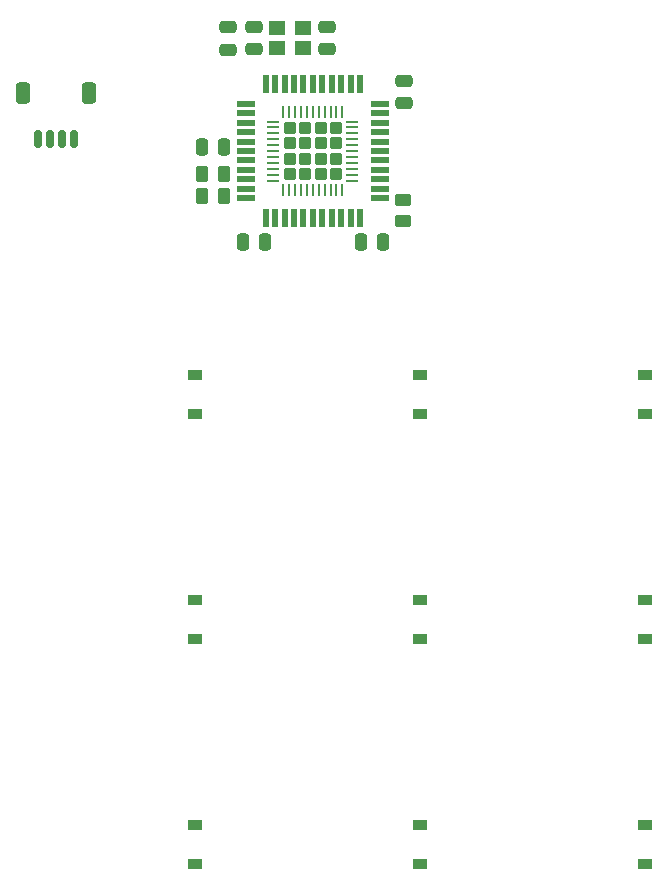
<source format=gbr>
%TF.GenerationSoftware,KiCad,Pcbnew,(6.99.0-3975-g9eb3854794)*%
%TF.CreationDate,2022-10-21T11:16:23+02:00*%
%TF.ProjectId,PCB Template,50434220-5465-46d7-906c-6174652e6b69,rev?*%
%TF.SameCoordinates,Original*%
%TF.FileFunction,Paste,Bot*%
%TF.FilePolarity,Positive*%
%FSLAX46Y46*%
G04 Gerber Fmt 4.6, Leading zero omitted, Abs format (unit mm)*
G04 Created by KiCad (PCBNEW (6.99.0-3975-g9eb3854794)) date 2022-10-21 11:16:23*
%MOMM*%
%LPD*%
G01*
G04 APERTURE LIST*
G04 Aperture macros list*
%AMRoundRect*
0 Rectangle with rounded corners*
0 $1 Rounding radius*
0 $2 $3 $4 $5 $6 $7 $8 $9 X,Y pos of 4 corners*
0 Add a 4 corners polygon primitive as box body*
4,1,4,$2,$3,$4,$5,$6,$7,$8,$9,$2,$3,0*
0 Add four circle primitives for the rounded corners*
1,1,$1+$1,$2,$3*
1,1,$1+$1,$4,$5*
1,1,$1+$1,$6,$7*
1,1,$1+$1,$8,$9*
0 Add four rect primitives between the rounded corners*
20,1,$1+$1,$2,$3,$4,$5,0*
20,1,$1+$1,$4,$5,$6,$7,0*
20,1,$1+$1,$6,$7,$8,$9,0*
20,1,$1+$1,$8,$9,$2,$3,0*%
G04 Aperture macros list end*
%ADD10RoundRect,0.150000X-0.150000X-0.625000X0.150000X-0.625000X0.150000X0.625000X-0.150000X0.625000X0*%
%ADD11RoundRect,0.250000X-0.350000X-0.650000X0.350000X-0.650000X0.350000X0.650000X-0.350000X0.650000X0*%
%ADD12R,1.200000X0.900000*%
%ADD13RoundRect,0.250000X0.250000X0.475000X-0.250000X0.475000X-0.250000X-0.475000X0.250000X-0.475000X0*%
%ADD14RoundRect,0.250000X0.475000X-0.250000X0.475000X0.250000X-0.475000X0.250000X-0.475000X-0.250000X0*%
%ADD15RoundRect,0.250000X-0.250000X-0.475000X0.250000X-0.475000X0.250000X0.475000X-0.250000X0.475000X0*%
%ADD16RoundRect,0.250000X-0.475000X0.250000X-0.475000X-0.250000X0.475000X-0.250000X0.475000X0.250000X0*%
%ADD17RoundRect,0.250000X-0.262500X-0.450000X0.262500X-0.450000X0.262500X0.450000X-0.262500X0.450000X0*%
%ADD18RoundRect,0.250000X-0.275000X-0.275000X0.275000X-0.275000X0.275000X0.275000X-0.275000X0.275000X0*%
%ADD19R,1.500000X0.550000*%
%ADD20RoundRect,0.062500X-0.475000X-0.062500X0.475000X-0.062500X0.475000X0.062500X-0.475000X0.062500X0*%
%ADD21R,0.550000X1.500000*%
%ADD22RoundRect,0.062500X-0.062500X-0.475000X0.062500X-0.475000X0.062500X0.475000X-0.062500X0.475000X0*%
%ADD23RoundRect,0.055000X-0.055000X-0.482500X0.055000X-0.482500X0.055000X0.482500X-0.055000X0.482500X0*%
%ADD24RoundRect,0.250000X0.262500X0.450000X-0.262500X0.450000X-0.262500X-0.450000X0.262500X-0.450000X0*%
%ADD25RoundRect,0.250000X-0.450000X0.262500X-0.450000X-0.262500X0.450000X-0.262500X0.450000X0.262500X0*%
%ADD26R,1.400000X1.200000*%
G04 APERTURE END LIST*
D10*
%TO.C,J2*%
X108150000Y-66980000D03*
X109150000Y-66980000D03*
X110150000Y-66980000D03*
X111150000Y-66980000D03*
D11*
X106850000Y-63105000D03*
X112450000Y-63105000D03*
%TD*%
D12*
%TO.C,D6*%
X159538749Y-109362499D03*
X159538749Y-106062499D03*
%TD*%
D13*
%TO.C,C3*%
X123890000Y-67672500D03*
X121990000Y-67672500D03*
%TD*%
D14*
%TO.C,C2*%
X132550000Y-59402500D03*
X132550000Y-57502500D03*
%TD*%
D12*
%TO.C,D5*%
X140488749Y-109362499D03*
X140488749Y-106062499D03*
%TD*%
D15*
%TO.C,C7*%
X125440000Y-75692500D03*
X127340000Y-75692500D03*
%TD*%
D16*
%TO.C,C1*%
X126390000Y-57502500D03*
X126390000Y-59402500D03*
%TD*%
D13*
%TO.C,C6*%
X137340000Y-75692500D03*
X135440000Y-75692500D03*
%TD*%
D17*
%TO.C,R3*%
X122007500Y-71822500D03*
X123832500Y-71822500D03*
%TD*%
D18*
%TO.C,U1*%
X129440000Y-66060000D03*
X129440000Y-67360000D03*
X129440000Y-68660000D03*
X129440000Y-69960000D03*
X130740000Y-66060000D03*
X130740000Y-67360000D03*
X130740000Y-68660000D03*
X130740000Y-69960000D03*
X132040000Y-66060000D03*
X132040000Y-67360000D03*
X132040000Y-68660000D03*
X132040000Y-69960000D03*
X133340000Y-66060000D03*
X133340000Y-67360000D03*
X133340000Y-68660000D03*
X133340000Y-69960000D03*
D19*
X125689999Y-72009999D03*
D20*
X128052500Y-70510000D03*
D19*
X125689999Y-71209999D03*
D20*
X128052500Y-70010000D03*
D19*
X125689999Y-70409999D03*
D20*
X128052500Y-69510000D03*
D19*
X125689999Y-69609999D03*
D20*
X128052500Y-69010000D03*
D19*
X125689999Y-68809999D03*
D20*
X128052500Y-68510000D03*
D19*
X125689999Y-68009999D03*
D20*
X128052500Y-68010000D03*
D19*
X125689999Y-67209999D03*
D20*
X128052500Y-67510000D03*
D19*
X125689999Y-66409999D03*
D20*
X128052500Y-67010000D03*
D19*
X125689999Y-65609999D03*
D20*
X128052500Y-66510000D03*
D19*
X125689999Y-64809999D03*
D20*
X128052500Y-66010000D03*
D19*
X125689999Y-64009999D03*
D20*
X128052500Y-65510000D03*
D21*
X127389999Y-62309999D03*
D22*
X128890000Y-64672500D03*
D21*
X128189999Y-62309999D03*
D22*
X129390000Y-64672500D03*
D21*
X128989999Y-62309999D03*
D22*
X129890000Y-64672500D03*
D21*
X129789999Y-62309999D03*
D22*
X130390000Y-64672500D03*
D21*
X130589999Y-62309999D03*
D22*
X130890000Y-64672500D03*
D21*
X131389999Y-62309999D03*
D22*
X131390000Y-64672500D03*
X131890000Y-64672500D03*
D21*
X132189999Y-62309999D03*
D22*
X132390000Y-64672500D03*
D21*
X132989999Y-62309999D03*
D22*
X132890000Y-64672500D03*
D21*
X133789999Y-62309999D03*
D22*
X133390000Y-64672500D03*
D21*
X134589999Y-62309999D03*
D22*
X133890000Y-64672500D03*
D21*
X135389999Y-62309999D03*
D20*
X134727500Y-65510000D03*
D19*
X137089999Y-64009999D03*
D20*
X134727500Y-66010000D03*
D19*
X137089999Y-64809999D03*
D20*
X134727500Y-66510000D03*
D19*
X137089999Y-65609999D03*
D20*
X134727500Y-67010000D03*
D19*
X137089999Y-66409999D03*
D20*
X134727500Y-67510000D03*
D19*
X137089999Y-67209999D03*
D20*
X134727500Y-68010000D03*
D19*
X137089999Y-68009999D03*
D20*
X134727500Y-68510000D03*
D19*
X137089999Y-68809999D03*
D20*
X134727500Y-69010000D03*
D19*
X137089999Y-69609999D03*
D20*
X134727500Y-69510000D03*
D19*
X137089999Y-70409999D03*
D20*
X134727500Y-70010000D03*
D19*
X137089999Y-71209999D03*
D20*
X134727500Y-70510000D03*
D19*
X137089999Y-72009999D03*
D22*
X133890000Y-71347500D03*
D21*
X135389999Y-73709999D03*
D22*
X133390000Y-71347500D03*
D21*
X134589999Y-73709999D03*
D22*
X132890000Y-71347500D03*
D21*
X133789999Y-73709999D03*
D22*
X132390000Y-71347500D03*
D21*
X132989999Y-73709999D03*
D22*
X131890000Y-71347500D03*
D21*
X132189999Y-73709999D03*
D22*
X131390000Y-71347500D03*
D21*
X131389999Y-73709999D03*
X130589999Y-73709999D03*
D22*
X130890000Y-71347500D03*
D21*
X129789999Y-73709999D03*
D22*
X130390000Y-71347500D03*
D21*
X128989999Y-73709999D03*
D22*
X129890000Y-71347500D03*
D21*
X128189999Y-73709999D03*
D23*
X129390000Y-71347500D03*
D21*
X127389999Y-73709999D03*
D22*
X128890000Y-71347500D03*
%TD*%
D12*
%TO.C,D7*%
X121438749Y-128412499D03*
X121438749Y-125112499D03*
%TD*%
%TO.C,D4*%
X121438749Y-109362499D03*
X121438749Y-106062499D03*
%TD*%
D24*
%TO.C,R2*%
X123832500Y-69922500D03*
X122007500Y-69922500D03*
%TD*%
D12*
%TO.C,D2*%
X140488749Y-90312499D03*
X140488749Y-87012499D03*
%TD*%
%TO.C,D8*%
X140488749Y-128412499D03*
X140488749Y-125112499D03*
%TD*%
D25*
%TO.C,R4*%
X139040000Y-72120000D03*
X139040000Y-73945000D03*
%TD*%
D12*
%TO.C,D9*%
X159538749Y-128412499D03*
X159538749Y-125112499D03*
%TD*%
D14*
%TO.C,C5*%
X139110000Y-63952500D03*
X139110000Y-62052500D03*
%TD*%
D12*
%TO.C,D1*%
X121438749Y-90312499D03*
X121438749Y-87012499D03*
%TD*%
%TO.C,D3*%
X159538749Y-90312499D03*
X159538749Y-87012499D03*
%TD*%
D26*
%TO.C,Y1*%
X130569999Y-59302499D03*
X128369999Y-59302499D03*
X128369999Y-57602499D03*
X130569999Y-57602499D03*
%TD*%
D14*
%TO.C,C4*%
X124210000Y-59432500D03*
X124210000Y-57532500D03*
%TD*%
M02*

</source>
